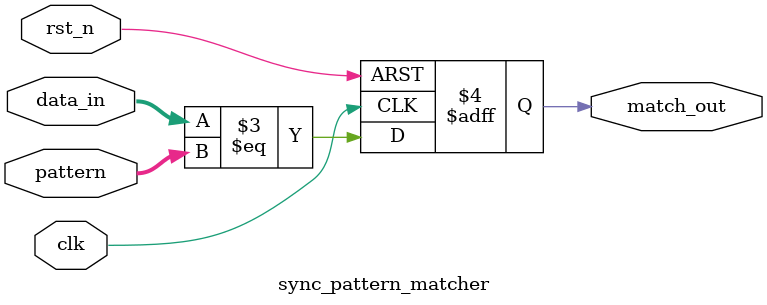
<source format=sv>
module sync_pattern_matcher #(parameter WIDTH = 8) (
    input clk, rst_n,
    input [WIDTH-1:0] data_in, pattern,
    output reg match_out
);
    always @(posedge clk or negedge rst_n) begin
        if (!rst_n)
            match_out <= 1'b0;
        else
            match_out <= (data_in == pattern);
    end
endmodule
</source>
